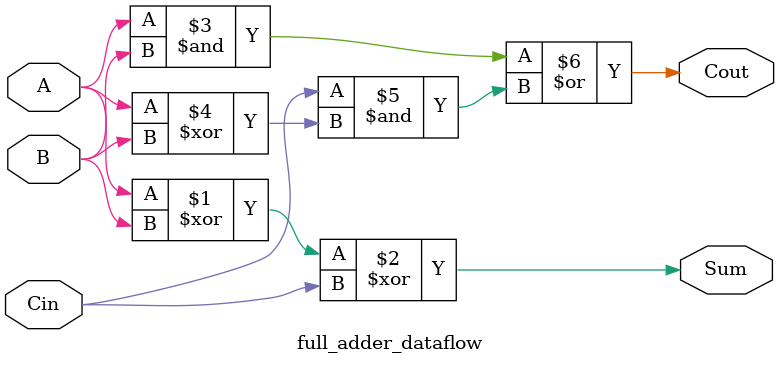
<source format=v>
module full_adder_dataflow(A, B, Cin, Sum, Cout);
    input A, B, Cin;
    output Sum, Cout;
    
    assign Sum  = A ^ B ^ Cin;  // XOR operation
    assign Cout = (A & B) | (Cin & (A ^ B)); // Carry-out logic
    
endmodule
</source>
